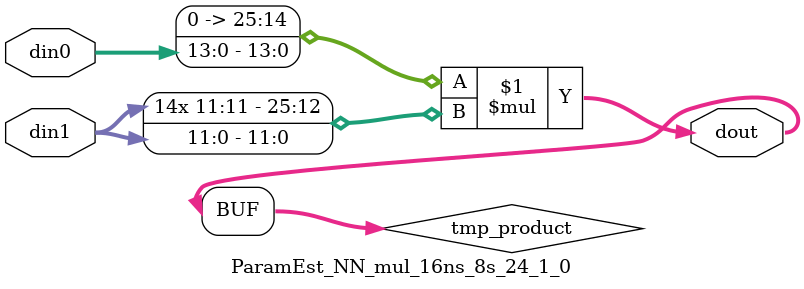
<source format=v>

`timescale 1 ns / 1 ps

  module ParamEst_NN_mul_16ns_8s_24_1_0(din0, din1, dout);
parameter ID = 1;
parameter NUM_STAGE = 0;
parameter din0_WIDTH = 14;
parameter din1_WIDTH = 12;
parameter dout_WIDTH = 26;

input [din0_WIDTH - 1 : 0] din0; 
input [din1_WIDTH - 1 : 0] din1; 
output [dout_WIDTH - 1 : 0] dout;

wire signed [dout_WIDTH - 1 : 0] tmp_product;











assign tmp_product = $signed({1'b0, din0}) * $signed(din1);










assign dout = tmp_product;







endmodule

</source>
